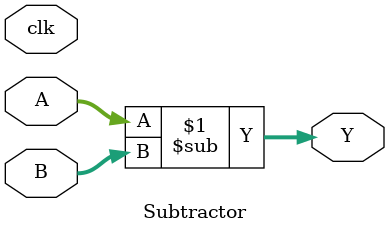
<source format=v>
module Subtractor(
	input		[11:0] 	A,			//target
	input		[11:0] 	B,			//feedback
	input				 	clk,
	output	[12:0] 	Y
);
assign Y=A-B;

endmodule
</source>
